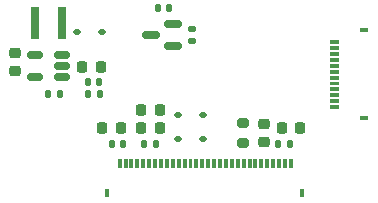
<source format=gbr>
%TF.GenerationSoftware,KiCad,Pcbnew,7.0.6*%
%TF.CreationDate,2023-07-27T19:46:57+01:00*%
%TF.ProjectId,Crenshaw,4372656e-7368-4617-972e-6b696361645f,V2.0*%
%TF.SameCoordinates,Original*%
%TF.FileFunction,Paste,Bot*%
%TF.FilePolarity,Positive*%
%FSLAX46Y46*%
G04 Gerber Fmt 4.6, Leading zero omitted, Abs format (unit mm)*
G04 Created by KiCad (PCBNEW 7.0.6) date 2023-07-27 19:46:57*
%MOMM*%
%LPD*%
G01*
G04 APERTURE LIST*
G04 Aperture macros list*
%AMRoundRect*
0 Rectangle with rounded corners*
0 $1 Rounding radius*
0 $2 $3 $4 $5 $6 $7 $8 $9 X,Y pos of 4 corners*
0 Add a 4 corners polygon primitive as box body*
4,1,4,$2,$3,$4,$5,$6,$7,$8,$9,$2,$3,0*
0 Add four circle primitives for the rounded corners*
1,1,$1+$1,$2,$3*
1,1,$1+$1,$4,$5*
1,1,$1+$1,$6,$7*
1,1,$1+$1,$8,$9*
0 Add four rect primitives between the rounded corners*
20,1,$1+$1,$2,$3,$4,$5,0*
20,1,$1+$1,$4,$5,$6,$7,0*
20,1,$1+$1,$6,$7,$8,$9,0*
20,1,$1+$1,$8,$9,$2,$3,0*%
G04 Aperture macros list end*
%ADD10C,0.010000*%
%ADD11R,0.400000X0.800000*%
%ADD12RoundRect,0.135000X0.135000X0.185000X-0.135000X0.185000X-0.135000X-0.185000X0.135000X-0.185000X0*%
%ADD13RoundRect,0.225000X0.250000X-0.225000X0.250000X0.225000X-0.250000X0.225000X-0.250000X-0.225000X0*%
%ADD14RoundRect,0.112500X0.187500X0.112500X-0.187500X0.112500X-0.187500X-0.112500X0.187500X-0.112500X0*%
%ADD15RoundRect,0.225000X-0.225000X-0.250000X0.225000X-0.250000X0.225000X0.250000X-0.225000X0.250000X0*%
%ADD16R,0.800000X2.700000*%
%ADD17RoundRect,0.150000X0.587500X0.150000X-0.587500X0.150000X-0.587500X-0.150000X0.587500X-0.150000X0*%
%ADD18RoundRect,0.225000X0.225000X0.250000X-0.225000X0.250000X-0.225000X-0.250000X0.225000X-0.250000X0*%
%ADD19RoundRect,0.112500X-0.187500X-0.112500X0.187500X-0.112500X0.187500X0.112500X-0.187500X0.112500X0*%
%ADD20RoundRect,0.140000X0.140000X0.170000X-0.140000X0.170000X-0.140000X-0.170000X0.140000X-0.170000X0*%
%ADD21RoundRect,0.140000X-0.140000X-0.170000X0.140000X-0.170000X0.140000X0.170000X-0.140000X0.170000X0*%
%ADD22RoundRect,0.140000X0.170000X-0.140000X0.170000X0.140000X-0.170000X0.140000X-0.170000X-0.140000X0*%
%ADD23RoundRect,0.135000X-0.135000X-0.185000X0.135000X-0.185000X0.135000X0.185000X-0.135000X0.185000X0*%
%ADD24R,0.800000X0.400000*%
%ADD25RoundRect,0.150000X0.512500X0.150000X-0.512500X0.150000X-0.512500X-0.150000X0.512500X-0.150000X0*%
%ADD26RoundRect,0.200000X0.275000X-0.200000X0.275000X0.200000X-0.275000X0.200000X-0.275000X-0.200000X0*%
G04 APERTURE END LIST*
%TO.C,J2*%
D10*
X62375000Y-47350000D02*
X62125000Y-47350000D01*
X62125000Y-46700000D01*
X62375000Y-46700000D01*
X62375000Y-47350000D01*
G36*
X62375000Y-47350000D02*
G01*
X62125000Y-47350000D01*
X62125000Y-46700000D01*
X62375000Y-46700000D01*
X62375000Y-47350000D01*
G37*
X61875000Y-47350000D02*
X61625000Y-47350000D01*
X61625000Y-46700000D01*
X61875000Y-46700000D01*
X61875000Y-47350000D01*
G36*
X61875000Y-47350000D02*
G01*
X61625000Y-47350000D01*
X61625000Y-46700000D01*
X61875000Y-46700000D01*
X61875000Y-47350000D01*
G37*
X61375000Y-47350000D02*
X61125000Y-47350000D01*
X61125000Y-46700000D01*
X61375000Y-46700000D01*
X61375000Y-47350000D01*
G36*
X61375000Y-47350000D02*
G01*
X61125000Y-47350000D01*
X61125000Y-46700000D01*
X61375000Y-46700000D01*
X61375000Y-47350000D01*
G37*
X60875000Y-47350000D02*
X60625000Y-47350000D01*
X60625000Y-46700000D01*
X60875000Y-46700000D01*
X60875000Y-47350000D01*
G36*
X60875000Y-47350000D02*
G01*
X60625000Y-47350000D01*
X60625000Y-46700000D01*
X60875000Y-46700000D01*
X60875000Y-47350000D01*
G37*
X60375000Y-47350000D02*
X60125000Y-47350000D01*
X60125000Y-46700000D01*
X60375000Y-46700000D01*
X60375000Y-47350000D01*
G36*
X60375000Y-47350000D02*
G01*
X60125000Y-47350000D01*
X60125000Y-46700000D01*
X60375000Y-46700000D01*
X60375000Y-47350000D01*
G37*
X59875000Y-47350000D02*
X59625000Y-47350000D01*
X59625000Y-46700000D01*
X59875000Y-46700000D01*
X59875000Y-47350000D01*
G36*
X59875000Y-47350000D02*
G01*
X59625000Y-47350000D01*
X59625000Y-46700000D01*
X59875000Y-46700000D01*
X59875000Y-47350000D01*
G37*
X59375000Y-47350000D02*
X59125000Y-47350000D01*
X59125000Y-46700000D01*
X59375000Y-46700000D01*
X59375000Y-47350000D01*
G36*
X59375000Y-47350000D02*
G01*
X59125000Y-47350000D01*
X59125000Y-46700000D01*
X59375000Y-46700000D01*
X59375000Y-47350000D01*
G37*
X58875000Y-47350000D02*
X58625000Y-47350000D01*
X58625000Y-46700000D01*
X58875000Y-46700000D01*
X58875000Y-47350000D01*
G36*
X58875000Y-47350000D02*
G01*
X58625000Y-47350000D01*
X58625000Y-46700000D01*
X58875000Y-46700000D01*
X58875000Y-47350000D01*
G37*
X58375000Y-47350000D02*
X58125000Y-47350000D01*
X58125000Y-46700000D01*
X58375000Y-46700000D01*
X58375000Y-47350000D01*
G36*
X58375000Y-47350000D02*
G01*
X58125000Y-47350000D01*
X58125000Y-46700000D01*
X58375000Y-46700000D01*
X58375000Y-47350000D01*
G37*
X57875000Y-47350000D02*
X57625000Y-47350000D01*
X57625000Y-46700000D01*
X57875000Y-46700000D01*
X57875000Y-47350000D01*
G36*
X57875000Y-47350000D02*
G01*
X57625000Y-47350000D01*
X57625000Y-46700000D01*
X57875000Y-46700000D01*
X57875000Y-47350000D01*
G37*
X57375000Y-47350000D02*
X57125000Y-47350000D01*
X57125000Y-46700000D01*
X57375000Y-46700000D01*
X57375000Y-47350000D01*
G36*
X57375000Y-47350000D02*
G01*
X57125000Y-47350000D01*
X57125000Y-46700000D01*
X57375000Y-46700000D01*
X57375000Y-47350000D01*
G37*
X56875000Y-47350000D02*
X56625000Y-47350000D01*
X56625000Y-46700000D01*
X56875000Y-46700000D01*
X56875000Y-47350000D01*
G36*
X56875000Y-47350000D02*
G01*
X56625000Y-47350000D01*
X56625000Y-46700000D01*
X56875000Y-46700000D01*
X56875000Y-47350000D01*
G37*
X56375000Y-47350000D02*
X56125000Y-47350000D01*
X56125000Y-46700000D01*
X56375000Y-46700000D01*
X56375000Y-47350000D01*
G36*
X56375000Y-47350000D02*
G01*
X56125000Y-47350000D01*
X56125000Y-46700000D01*
X56375000Y-46700000D01*
X56375000Y-47350000D01*
G37*
X55875000Y-47350000D02*
X55625000Y-47350000D01*
X55625000Y-46700000D01*
X55875000Y-46700000D01*
X55875000Y-47350000D01*
G36*
X55875000Y-47350000D02*
G01*
X55625000Y-47350000D01*
X55625000Y-46700000D01*
X55875000Y-46700000D01*
X55875000Y-47350000D01*
G37*
X55375000Y-47350000D02*
X55125000Y-47350000D01*
X55125000Y-46700000D01*
X55375000Y-46700000D01*
X55375000Y-47350000D01*
G36*
X55375000Y-47350000D02*
G01*
X55125000Y-47350000D01*
X55125000Y-46700000D01*
X55375000Y-46700000D01*
X55375000Y-47350000D01*
G37*
X54875000Y-47350000D02*
X54625000Y-47350000D01*
X54625000Y-46700000D01*
X54875000Y-46700000D01*
X54875000Y-47350000D01*
G36*
X54875000Y-47350000D02*
G01*
X54625000Y-47350000D01*
X54625000Y-46700000D01*
X54875000Y-46700000D01*
X54875000Y-47350000D01*
G37*
X54375000Y-47350000D02*
X54125000Y-47350000D01*
X54125000Y-46700000D01*
X54375000Y-46700000D01*
X54375000Y-47350000D01*
G36*
X54375000Y-47350000D02*
G01*
X54125000Y-47350000D01*
X54125000Y-46700000D01*
X54375000Y-46700000D01*
X54375000Y-47350000D01*
G37*
X53875000Y-47350000D02*
X53625000Y-47350000D01*
X53625000Y-46700000D01*
X53875000Y-46700000D01*
X53875000Y-47350000D01*
G36*
X53875000Y-47350000D02*
G01*
X53625000Y-47350000D01*
X53625000Y-46700000D01*
X53875000Y-46700000D01*
X53875000Y-47350000D01*
G37*
X53375000Y-47350000D02*
X53125000Y-47350000D01*
X53125000Y-46700000D01*
X53375000Y-46700000D01*
X53375000Y-47350000D01*
G36*
X53375000Y-47350000D02*
G01*
X53125000Y-47350000D01*
X53125000Y-46700000D01*
X53375000Y-46700000D01*
X53375000Y-47350000D01*
G37*
X52875000Y-47350000D02*
X52625000Y-47350000D01*
X52625000Y-46700000D01*
X52875000Y-46700000D01*
X52875000Y-47350000D01*
G36*
X52875000Y-47350000D02*
G01*
X52625000Y-47350000D01*
X52625000Y-46700000D01*
X52875000Y-46700000D01*
X52875000Y-47350000D01*
G37*
X52375000Y-47350000D02*
X52125000Y-47350000D01*
X52125000Y-46700000D01*
X52375000Y-46700000D01*
X52375000Y-47350000D01*
G36*
X52375000Y-47350000D02*
G01*
X52125000Y-47350000D01*
X52125000Y-46700000D01*
X52375000Y-46700000D01*
X52375000Y-47350000D01*
G37*
X51875000Y-47350000D02*
X51625000Y-47350000D01*
X51625000Y-46700000D01*
X51875000Y-46700000D01*
X51875000Y-47350000D01*
G36*
X51875000Y-47350000D02*
G01*
X51625000Y-47350000D01*
X51625000Y-46700000D01*
X51875000Y-46700000D01*
X51875000Y-47350000D01*
G37*
X51375000Y-47350000D02*
X51125000Y-47350000D01*
X51125000Y-46700000D01*
X51375000Y-46700000D01*
X51375000Y-47350000D01*
G36*
X51375000Y-47350000D02*
G01*
X51125000Y-47350000D01*
X51125000Y-46700000D01*
X51375000Y-46700000D01*
X51375000Y-47350000D01*
G37*
X50875000Y-47350000D02*
X50625000Y-47350000D01*
X50625000Y-46700000D01*
X50875000Y-46700000D01*
X50875000Y-47350000D01*
G36*
X50875000Y-47350000D02*
G01*
X50625000Y-47350000D01*
X50625000Y-46700000D01*
X50875000Y-46700000D01*
X50875000Y-47350000D01*
G37*
X50375000Y-47350000D02*
X50125000Y-47350000D01*
X50125000Y-46700000D01*
X50375000Y-46700000D01*
X50375000Y-47350000D01*
G36*
X50375000Y-47350000D02*
G01*
X50125000Y-47350000D01*
X50125000Y-46700000D01*
X50375000Y-46700000D01*
X50375000Y-47350000D01*
G37*
X49875000Y-47350000D02*
X49625000Y-47350000D01*
X49625000Y-46700000D01*
X49875000Y-46700000D01*
X49875000Y-47350000D01*
G36*
X49875000Y-47350000D02*
G01*
X49625000Y-47350000D01*
X49625000Y-46700000D01*
X49875000Y-46700000D01*
X49875000Y-47350000D01*
G37*
X49375000Y-47350000D02*
X49125000Y-47350000D01*
X49125000Y-46700000D01*
X49375000Y-46700000D01*
X49375000Y-47350000D01*
G36*
X49375000Y-47350000D02*
G01*
X49125000Y-47350000D01*
X49125000Y-46700000D01*
X49375000Y-46700000D01*
X49375000Y-47350000D01*
G37*
X48875000Y-47350000D02*
X48625000Y-47350000D01*
X48625000Y-46700000D01*
X48875000Y-46700000D01*
X48875000Y-47350000D01*
G36*
X48875000Y-47350000D02*
G01*
X48625000Y-47350000D01*
X48625000Y-46700000D01*
X48875000Y-46700000D01*
X48875000Y-47350000D01*
G37*
X48375000Y-47350000D02*
X48125000Y-47350000D01*
X48125000Y-46700000D01*
X48375000Y-46700000D01*
X48375000Y-47350000D01*
G36*
X48375000Y-47350000D02*
G01*
X48125000Y-47350000D01*
X48125000Y-46700000D01*
X48375000Y-46700000D01*
X48375000Y-47350000D01*
G37*
X47875000Y-47350000D02*
X47625000Y-47350000D01*
X47625000Y-46700000D01*
X47875000Y-46700000D01*
X47875000Y-47350000D01*
G36*
X47875000Y-47350000D02*
G01*
X47625000Y-47350000D01*
X47625000Y-46700000D01*
X47875000Y-46700000D01*
X47875000Y-47350000D01*
G37*
%TO.C,J3*%
X66250000Y-36875000D02*
X65600000Y-36875000D01*
X65600000Y-36625000D01*
X66250000Y-36625000D01*
X66250000Y-36875000D01*
G36*
X66250000Y-36875000D02*
G01*
X65600000Y-36875000D01*
X65600000Y-36625000D01*
X66250000Y-36625000D01*
X66250000Y-36875000D01*
G37*
X66250000Y-37375000D02*
X65600000Y-37375000D01*
X65600000Y-37125000D01*
X66250000Y-37125000D01*
X66250000Y-37375000D01*
G36*
X66250000Y-37375000D02*
G01*
X65600000Y-37375000D01*
X65600000Y-37125000D01*
X66250000Y-37125000D01*
X66250000Y-37375000D01*
G37*
X66250000Y-37875000D02*
X65600000Y-37875000D01*
X65600000Y-37625000D01*
X66250000Y-37625000D01*
X66250000Y-37875000D01*
G36*
X66250000Y-37875000D02*
G01*
X65600000Y-37875000D01*
X65600000Y-37625000D01*
X66250000Y-37625000D01*
X66250000Y-37875000D01*
G37*
X66250000Y-38375000D02*
X65600000Y-38375000D01*
X65600000Y-38125000D01*
X66250000Y-38125000D01*
X66250000Y-38375000D01*
G36*
X66250000Y-38375000D02*
G01*
X65600000Y-38375000D01*
X65600000Y-38125000D01*
X66250000Y-38125000D01*
X66250000Y-38375000D01*
G37*
X66250000Y-38875000D02*
X65600000Y-38875000D01*
X65600000Y-38625000D01*
X66250000Y-38625000D01*
X66250000Y-38875000D01*
G36*
X66250000Y-38875000D02*
G01*
X65600000Y-38875000D01*
X65600000Y-38625000D01*
X66250000Y-38625000D01*
X66250000Y-38875000D01*
G37*
X66250000Y-39375000D02*
X65600000Y-39375000D01*
X65600000Y-39125000D01*
X66250000Y-39125000D01*
X66250000Y-39375000D01*
G36*
X66250000Y-39375000D02*
G01*
X65600000Y-39375000D01*
X65600000Y-39125000D01*
X66250000Y-39125000D01*
X66250000Y-39375000D01*
G37*
X66250000Y-39875000D02*
X65600000Y-39875000D01*
X65600000Y-39625000D01*
X66250000Y-39625000D01*
X66250000Y-39875000D01*
G36*
X66250000Y-39875000D02*
G01*
X65600000Y-39875000D01*
X65600000Y-39625000D01*
X66250000Y-39625000D01*
X66250000Y-39875000D01*
G37*
X66250000Y-40375000D02*
X65600000Y-40375000D01*
X65600000Y-40125000D01*
X66250000Y-40125000D01*
X66250000Y-40375000D01*
G36*
X66250000Y-40375000D02*
G01*
X65600000Y-40375000D01*
X65600000Y-40125000D01*
X66250000Y-40125000D01*
X66250000Y-40375000D01*
G37*
X66250000Y-40875000D02*
X65600000Y-40875000D01*
X65600000Y-40625000D01*
X66250000Y-40625000D01*
X66250000Y-40875000D01*
G36*
X66250000Y-40875000D02*
G01*
X65600000Y-40875000D01*
X65600000Y-40625000D01*
X66250000Y-40625000D01*
X66250000Y-40875000D01*
G37*
X66250000Y-41375000D02*
X65600000Y-41375000D01*
X65600000Y-41125000D01*
X66250000Y-41125000D01*
X66250000Y-41375000D01*
G36*
X66250000Y-41375000D02*
G01*
X65600000Y-41375000D01*
X65600000Y-41125000D01*
X66250000Y-41125000D01*
X66250000Y-41375000D01*
G37*
X66250000Y-41875000D02*
X65600000Y-41875000D01*
X65600000Y-41625000D01*
X66250000Y-41625000D01*
X66250000Y-41875000D01*
G36*
X66250000Y-41875000D02*
G01*
X65600000Y-41875000D01*
X65600000Y-41625000D01*
X66250000Y-41625000D01*
X66250000Y-41875000D01*
G37*
X66250000Y-42375000D02*
X65600000Y-42375000D01*
X65600000Y-42125000D01*
X66250000Y-42125000D01*
X66250000Y-42375000D01*
G36*
X66250000Y-42375000D02*
G01*
X65600000Y-42375000D01*
X65600000Y-42125000D01*
X66250000Y-42125000D01*
X66250000Y-42375000D01*
G37*
%TD*%
D11*
%TO.C,J2*%
X63250000Y-49600000D03*
X46750000Y-49600000D03*
%TD*%
D12*
%TO.C,R1*%
X50910000Y-45400000D03*
X49890000Y-45400000D03*
%TD*%
%TO.C,R5*%
X42760000Y-41200000D03*
X41740000Y-41200000D03*
%TD*%
D13*
%TO.C,C8*%
X38900000Y-39275000D03*
X38900000Y-37725000D03*
%TD*%
D14*
%TO.C,D3*%
X46300000Y-35899999D03*
X44200000Y-35899999D03*
%TD*%
D15*
%TO.C,C3*%
X49625000Y-42500000D03*
X51175000Y-42500000D03*
%TD*%
D16*
%TO.C,L1*%
X42900000Y-35200000D03*
X40600000Y-35200000D03*
%TD*%
D17*
%TO.C,U2*%
X52337500Y-35250000D03*
X52337500Y-37150000D03*
X50462500Y-36200000D03*
%TD*%
D18*
%TO.C,C2*%
X47875000Y-44100000D03*
X46325000Y-44100000D03*
%TD*%
D19*
%TO.C,D2*%
X52750000Y-43000000D03*
X54850000Y-43000000D03*
%TD*%
D20*
%TO.C,C1*%
X48080000Y-45400000D03*
X47120000Y-45400000D03*
%TD*%
D15*
%TO.C,C4*%
X49625000Y-44100000D03*
X51175000Y-44100000D03*
%TD*%
%TO.C,C7*%
X61525000Y-44100000D03*
X63075000Y-44100000D03*
%TD*%
D14*
%TO.C,D1*%
X54850000Y-45000000D03*
X52750000Y-45000000D03*
%TD*%
D21*
%TO.C,C9*%
X45120000Y-40200000D03*
X46080000Y-40200000D03*
%TD*%
D13*
%TO.C,C5*%
X60000000Y-45275000D03*
X60000000Y-43725000D03*
%TD*%
D22*
%TO.C,C12*%
X53900001Y-36680000D03*
X53900001Y-35720000D03*
%TD*%
D15*
%TO.C,C10*%
X44625000Y-38900000D03*
X46175000Y-38900000D03*
%TD*%
D23*
%TO.C,R4*%
X45090000Y-41200000D03*
X46110000Y-41200000D03*
%TD*%
D21*
%TO.C,C11*%
X51020000Y-33900000D03*
X51980000Y-33900000D03*
%TD*%
D24*
%TO.C,J3*%
X68500000Y-35750000D03*
X68500000Y-43250000D03*
%TD*%
D25*
%TO.C,U1*%
X42887500Y-37849999D03*
X42887500Y-38799999D03*
X42887500Y-39749999D03*
X40612500Y-39749999D03*
X40612500Y-37849999D03*
%TD*%
D26*
%TO.C,R2*%
X58200000Y-45325000D03*
X58200000Y-43675000D03*
%TD*%
D21*
%TO.C,C6*%
X61220000Y-45400000D03*
X62180000Y-45400000D03*
%TD*%
M02*

</source>
